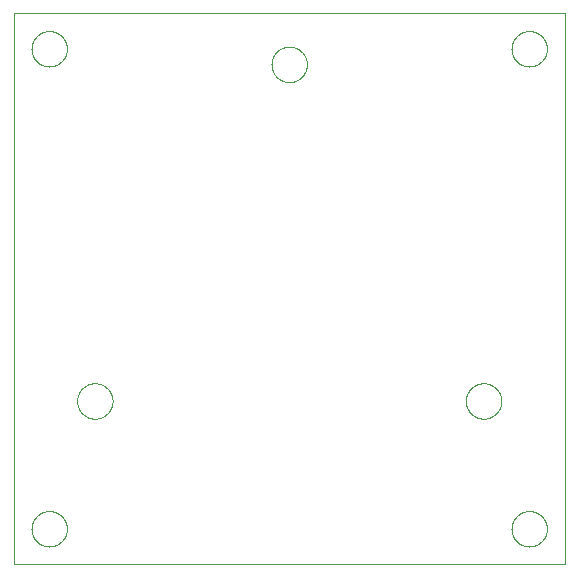
<source format=gbr>
G04 EAGLE Gerber RS-274X export*
G75*
%MOMM*%
%FSLAX34Y34*%
%LPD*%
%IN*%
%IPPOS*%
%AMOC8*
5,1,8,0,0,1.08239X$1,22.5*%
G01*
%ADD10C,0.000000*%


D10*
X0Y0D02*
X466400Y0D01*
X466400Y466400D01*
X0Y466400D01*
X0Y0D01*
X15000Y30000D02*
X15005Y30368D01*
X15018Y30736D01*
X15041Y31103D01*
X15072Y31470D01*
X15113Y31836D01*
X15162Y32201D01*
X15221Y32564D01*
X15288Y32926D01*
X15364Y33287D01*
X15450Y33645D01*
X15543Y34001D01*
X15646Y34354D01*
X15757Y34705D01*
X15877Y35053D01*
X16005Y35398D01*
X16142Y35740D01*
X16287Y36079D01*
X16440Y36413D01*
X16602Y36744D01*
X16771Y37071D01*
X16949Y37393D01*
X17134Y37712D01*
X17327Y38025D01*
X17528Y38334D01*
X17736Y38637D01*
X17952Y38935D01*
X18175Y39228D01*
X18405Y39516D01*
X18642Y39798D01*
X18886Y40073D01*
X19136Y40343D01*
X19393Y40607D01*
X19657Y40864D01*
X19927Y41114D01*
X20202Y41358D01*
X20484Y41595D01*
X20772Y41825D01*
X21065Y42048D01*
X21363Y42264D01*
X21666Y42472D01*
X21975Y42673D01*
X22288Y42866D01*
X22607Y43051D01*
X22929Y43229D01*
X23256Y43398D01*
X23587Y43560D01*
X23921Y43713D01*
X24260Y43858D01*
X24602Y43995D01*
X24947Y44123D01*
X25295Y44243D01*
X25646Y44354D01*
X25999Y44457D01*
X26355Y44550D01*
X26713Y44636D01*
X27074Y44712D01*
X27436Y44779D01*
X27799Y44838D01*
X28164Y44887D01*
X28530Y44928D01*
X28897Y44959D01*
X29264Y44982D01*
X29632Y44995D01*
X30000Y45000D01*
X30368Y44995D01*
X30736Y44982D01*
X31103Y44959D01*
X31470Y44928D01*
X31836Y44887D01*
X32201Y44838D01*
X32564Y44779D01*
X32926Y44712D01*
X33287Y44636D01*
X33645Y44550D01*
X34001Y44457D01*
X34354Y44354D01*
X34705Y44243D01*
X35053Y44123D01*
X35398Y43995D01*
X35740Y43858D01*
X36079Y43713D01*
X36413Y43560D01*
X36744Y43398D01*
X37071Y43229D01*
X37393Y43051D01*
X37712Y42866D01*
X38025Y42673D01*
X38334Y42472D01*
X38637Y42264D01*
X38935Y42048D01*
X39228Y41825D01*
X39516Y41595D01*
X39798Y41358D01*
X40073Y41114D01*
X40343Y40864D01*
X40607Y40607D01*
X40864Y40343D01*
X41114Y40073D01*
X41358Y39798D01*
X41595Y39516D01*
X41825Y39228D01*
X42048Y38935D01*
X42264Y38637D01*
X42472Y38334D01*
X42673Y38025D01*
X42866Y37712D01*
X43051Y37393D01*
X43229Y37071D01*
X43398Y36744D01*
X43560Y36413D01*
X43713Y36079D01*
X43858Y35740D01*
X43995Y35398D01*
X44123Y35053D01*
X44243Y34705D01*
X44354Y34354D01*
X44457Y34001D01*
X44550Y33645D01*
X44636Y33287D01*
X44712Y32926D01*
X44779Y32564D01*
X44838Y32201D01*
X44887Y31836D01*
X44928Y31470D01*
X44959Y31103D01*
X44982Y30736D01*
X44995Y30368D01*
X45000Y30000D01*
X44995Y29632D01*
X44982Y29264D01*
X44959Y28897D01*
X44928Y28530D01*
X44887Y28164D01*
X44838Y27799D01*
X44779Y27436D01*
X44712Y27074D01*
X44636Y26713D01*
X44550Y26355D01*
X44457Y25999D01*
X44354Y25646D01*
X44243Y25295D01*
X44123Y24947D01*
X43995Y24602D01*
X43858Y24260D01*
X43713Y23921D01*
X43560Y23587D01*
X43398Y23256D01*
X43229Y22929D01*
X43051Y22607D01*
X42866Y22288D01*
X42673Y21975D01*
X42472Y21666D01*
X42264Y21363D01*
X42048Y21065D01*
X41825Y20772D01*
X41595Y20484D01*
X41358Y20202D01*
X41114Y19927D01*
X40864Y19657D01*
X40607Y19393D01*
X40343Y19136D01*
X40073Y18886D01*
X39798Y18642D01*
X39516Y18405D01*
X39228Y18175D01*
X38935Y17952D01*
X38637Y17736D01*
X38334Y17528D01*
X38025Y17327D01*
X37712Y17134D01*
X37393Y16949D01*
X37071Y16771D01*
X36744Y16602D01*
X36413Y16440D01*
X36079Y16287D01*
X35740Y16142D01*
X35398Y16005D01*
X35053Y15877D01*
X34705Y15757D01*
X34354Y15646D01*
X34001Y15543D01*
X33645Y15450D01*
X33287Y15364D01*
X32926Y15288D01*
X32564Y15221D01*
X32201Y15162D01*
X31836Y15113D01*
X31470Y15072D01*
X31103Y15041D01*
X30736Y15018D01*
X30368Y15005D01*
X30000Y15000D01*
X29632Y15005D01*
X29264Y15018D01*
X28897Y15041D01*
X28530Y15072D01*
X28164Y15113D01*
X27799Y15162D01*
X27436Y15221D01*
X27074Y15288D01*
X26713Y15364D01*
X26355Y15450D01*
X25999Y15543D01*
X25646Y15646D01*
X25295Y15757D01*
X24947Y15877D01*
X24602Y16005D01*
X24260Y16142D01*
X23921Y16287D01*
X23587Y16440D01*
X23256Y16602D01*
X22929Y16771D01*
X22607Y16949D01*
X22288Y17134D01*
X21975Y17327D01*
X21666Y17528D01*
X21363Y17736D01*
X21065Y17952D01*
X20772Y18175D01*
X20484Y18405D01*
X20202Y18642D01*
X19927Y18886D01*
X19657Y19136D01*
X19393Y19393D01*
X19136Y19657D01*
X18886Y19927D01*
X18642Y20202D01*
X18405Y20484D01*
X18175Y20772D01*
X17952Y21065D01*
X17736Y21363D01*
X17528Y21666D01*
X17327Y21975D01*
X17134Y22288D01*
X16949Y22607D01*
X16771Y22929D01*
X16602Y23256D01*
X16440Y23587D01*
X16287Y23921D01*
X16142Y24260D01*
X16005Y24602D01*
X15877Y24947D01*
X15757Y25295D01*
X15646Y25646D01*
X15543Y25999D01*
X15450Y26355D01*
X15364Y26713D01*
X15288Y27074D01*
X15221Y27436D01*
X15162Y27799D01*
X15113Y28164D01*
X15072Y28530D01*
X15041Y28897D01*
X15018Y29264D01*
X15005Y29632D01*
X15000Y30000D01*
X421400Y30000D02*
X421405Y30368D01*
X421418Y30736D01*
X421441Y31103D01*
X421472Y31470D01*
X421513Y31836D01*
X421562Y32201D01*
X421621Y32564D01*
X421688Y32926D01*
X421764Y33287D01*
X421850Y33645D01*
X421943Y34001D01*
X422046Y34354D01*
X422157Y34705D01*
X422277Y35053D01*
X422405Y35398D01*
X422542Y35740D01*
X422687Y36079D01*
X422840Y36413D01*
X423002Y36744D01*
X423171Y37071D01*
X423349Y37393D01*
X423534Y37712D01*
X423727Y38025D01*
X423928Y38334D01*
X424136Y38637D01*
X424352Y38935D01*
X424575Y39228D01*
X424805Y39516D01*
X425042Y39798D01*
X425286Y40073D01*
X425536Y40343D01*
X425793Y40607D01*
X426057Y40864D01*
X426327Y41114D01*
X426602Y41358D01*
X426884Y41595D01*
X427172Y41825D01*
X427465Y42048D01*
X427763Y42264D01*
X428066Y42472D01*
X428375Y42673D01*
X428688Y42866D01*
X429007Y43051D01*
X429329Y43229D01*
X429656Y43398D01*
X429987Y43560D01*
X430321Y43713D01*
X430660Y43858D01*
X431002Y43995D01*
X431347Y44123D01*
X431695Y44243D01*
X432046Y44354D01*
X432399Y44457D01*
X432755Y44550D01*
X433113Y44636D01*
X433474Y44712D01*
X433836Y44779D01*
X434199Y44838D01*
X434564Y44887D01*
X434930Y44928D01*
X435297Y44959D01*
X435664Y44982D01*
X436032Y44995D01*
X436400Y45000D01*
X436768Y44995D01*
X437136Y44982D01*
X437503Y44959D01*
X437870Y44928D01*
X438236Y44887D01*
X438601Y44838D01*
X438964Y44779D01*
X439326Y44712D01*
X439687Y44636D01*
X440045Y44550D01*
X440401Y44457D01*
X440754Y44354D01*
X441105Y44243D01*
X441453Y44123D01*
X441798Y43995D01*
X442140Y43858D01*
X442479Y43713D01*
X442813Y43560D01*
X443144Y43398D01*
X443471Y43229D01*
X443793Y43051D01*
X444112Y42866D01*
X444425Y42673D01*
X444734Y42472D01*
X445037Y42264D01*
X445335Y42048D01*
X445628Y41825D01*
X445916Y41595D01*
X446198Y41358D01*
X446473Y41114D01*
X446743Y40864D01*
X447007Y40607D01*
X447264Y40343D01*
X447514Y40073D01*
X447758Y39798D01*
X447995Y39516D01*
X448225Y39228D01*
X448448Y38935D01*
X448664Y38637D01*
X448872Y38334D01*
X449073Y38025D01*
X449266Y37712D01*
X449451Y37393D01*
X449629Y37071D01*
X449798Y36744D01*
X449960Y36413D01*
X450113Y36079D01*
X450258Y35740D01*
X450395Y35398D01*
X450523Y35053D01*
X450643Y34705D01*
X450754Y34354D01*
X450857Y34001D01*
X450950Y33645D01*
X451036Y33287D01*
X451112Y32926D01*
X451179Y32564D01*
X451238Y32201D01*
X451287Y31836D01*
X451328Y31470D01*
X451359Y31103D01*
X451382Y30736D01*
X451395Y30368D01*
X451400Y30000D01*
X451395Y29632D01*
X451382Y29264D01*
X451359Y28897D01*
X451328Y28530D01*
X451287Y28164D01*
X451238Y27799D01*
X451179Y27436D01*
X451112Y27074D01*
X451036Y26713D01*
X450950Y26355D01*
X450857Y25999D01*
X450754Y25646D01*
X450643Y25295D01*
X450523Y24947D01*
X450395Y24602D01*
X450258Y24260D01*
X450113Y23921D01*
X449960Y23587D01*
X449798Y23256D01*
X449629Y22929D01*
X449451Y22607D01*
X449266Y22288D01*
X449073Y21975D01*
X448872Y21666D01*
X448664Y21363D01*
X448448Y21065D01*
X448225Y20772D01*
X447995Y20484D01*
X447758Y20202D01*
X447514Y19927D01*
X447264Y19657D01*
X447007Y19393D01*
X446743Y19136D01*
X446473Y18886D01*
X446198Y18642D01*
X445916Y18405D01*
X445628Y18175D01*
X445335Y17952D01*
X445037Y17736D01*
X444734Y17528D01*
X444425Y17327D01*
X444112Y17134D01*
X443793Y16949D01*
X443471Y16771D01*
X443144Y16602D01*
X442813Y16440D01*
X442479Y16287D01*
X442140Y16142D01*
X441798Y16005D01*
X441453Y15877D01*
X441105Y15757D01*
X440754Y15646D01*
X440401Y15543D01*
X440045Y15450D01*
X439687Y15364D01*
X439326Y15288D01*
X438964Y15221D01*
X438601Y15162D01*
X438236Y15113D01*
X437870Y15072D01*
X437503Y15041D01*
X437136Y15018D01*
X436768Y15005D01*
X436400Y15000D01*
X436032Y15005D01*
X435664Y15018D01*
X435297Y15041D01*
X434930Y15072D01*
X434564Y15113D01*
X434199Y15162D01*
X433836Y15221D01*
X433474Y15288D01*
X433113Y15364D01*
X432755Y15450D01*
X432399Y15543D01*
X432046Y15646D01*
X431695Y15757D01*
X431347Y15877D01*
X431002Y16005D01*
X430660Y16142D01*
X430321Y16287D01*
X429987Y16440D01*
X429656Y16602D01*
X429329Y16771D01*
X429007Y16949D01*
X428688Y17134D01*
X428375Y17327D01*
X428066Y17528D01*
X427763Y17736D01*
X427465Y17952D01*
X427172Y18175D01*
X426884Y18405D01*
X426602Y18642D01*
X426327Y18886D01*
X426057Y19136D01*
X425793Y19393D01*
X425536Y19657D01*
X425286Y19927D01*
X425042Y20202D01*
X424805Y20484D01*
X424575Y20772D01*
X424352Y21065D01*
X424136Y21363D01*
X423928Y21666D01*
X423727Y21975D01*
X423534Y22288D01*
X423349Y22607D01*
X423171Y22929D01*
X423002Y23256D01*
X422840Y23587D01*
X422687Y23921D01*
X422542Y24260D01*
X422405Y24602D01*
X422277Y24947D01*
X422157Y25295D01*
X422046Y25646D01*
X421943Y25999D01*
X421850Y26355D01*
X421764Y26713D01*
X421688Y27074D01*
X421621Y27436D01*
X421562Y27799D01*
X421513Y28164D01*
X421472Y28530D01*
X421441Y28897D01*
X421418Y29264D01*
X421405Y29632D01*
X421400Y30000D01*
X421400Y436400D02*
X421405Y436768D01*
X421418Y437136D01*
X421441Y437503D01*
X421472Y437870D01*
X421513Y438236D01*
X421562Y438601D01*
X421621Y438964D01*
X421688Y439326D01*
X421764Y439687D01*
X421850Y440045D01*
X421943Y440401D01*
X422046Y440754D01*
X422157Y441105D01*
X422277Y441453D01*
X422405Y441798D01*
X422542Y442140D01*
X422687Y442479D01*
X422840Y442813D01*
X423002Y443144D01*
X423171Y443471D01*
X423349Y443793D01*
X423534Y444112D01*
X423727Y444425D01*
X423928Y444734D01*
X424136Y445037D01*
X424352Y445335D01*
X424575Y445628D01*
X424805Y445916D01*
X425042Y446198D01*
X425286Y446473D01*
X425536Y446743D01*
X425793Y447007D01*
X426057Y447264D01*
X426327Y447514D01*
X426602Y447758D01*
X426884Y447995D01*
X427172Y448225D01*
X427465Y448448D01*
X427763Y448664D01*
X428066Y448872D01*
X428375Y449073D01*
X428688Y449266D01*
X429007Y449451D01*
X429329Y449629D01*
X429656Y449798D01*
X429987Y449960D01*
X430321Y450113D01*
X430660Y450258D01*
X431002Y450395D01*
X431347Y450523D01*
X431695Y450643D01*
X432046Y450754D01*
X432399Y450857D01*
X432755Y450950D01*
X433113Y451036D01*
X433474Y451112D01*
X433836Y451179D01*
X434199Y451238D01*
X434564Y451287D01*
X434930Y451328D01*
X435297Y451359D01*
X435664Y451382D01*
X436032Y451395D01*
X436400Y451400D01*
X436768Y451395D01*
X437136Y451382D01*
X437503Y451359D01*
X437870Y451328D01*
X438236Y451287D01*
X438601Y451238D01*
X438964Y451179D01*
X439326Y451112D01*
X439687Y451036D01*
X440045Y450950D01*
X440401Y450857D01*
X440754Y450754D01*
X441105Y450643D01*
X441453Y450523D01*
X441798Y450395D01*
X442140Y450258D01*
X442479Y450113D01*
X442813Y449960D01*
X443144Y449798D01*
X443471Y449629D01*
X443793Y449451D01*
X444112Y449266D01*
X444425Y449073D01*
X444734Y448872D01*
X445037Y448664D01*
X445335Y448448D01*
X445628Y448225D01*
X445916Y447995D01*
X446198Y447758D01*
X446473Y447514D01*
X446743Y447264D01*
X447007Y447007D01*
X447264Y446743D01*
X447514Y446473D01*
X447758Y446198D01*
X447995Y445916D01*
X448225Y445628D01*
X448448Y445335D01*
X448664Y445037D01*
X448872Y444734D01*
X449073Y444425D01*
X449266Y444112D01*
X449451Y443793D01*
X449629Y443471D01*
X449798Y443144D01*
X449960Y442813D01*
X450113Y442479D01*
X450258Y442140D01*
X450395Y441798D01*
X450523Y441453D01*
X450643Y441105D01*
X450754Y440754D01*
X450857Y440401D01*
X450950Y440045D01*
X451036Y439687D01*
X451112Y439326D01*
X451179Y438964D01*
X451238Y438601D01*
X451287Y438236D01*
X451328Y437870D01*
X451359Y437503D01*
X451382Y437136D01*
X451395Y436768D01*
X451400Y436400D01*
X451395Y436032D01*
X451382Y435664D01*
X451359Y435297D01*
X451328Y434930D01*
X451287Y434564D01*
X451238Y434199D01*
X451179Y433836D01*
X451112Y433474D01*
X451036Y433113D01*
X450950Y432755D01*
X450857Y432399D01*
X450754Y432046D01*
X450643Y431695D01*
X450523Y431347D01*
X450395Y431002D01*
X450258Y430660D01*
X450113Y430321D01*
X449960Y429987D01*
X449798Y429656D01*
X449629Y429329D01*
X449451Y429007D01*
X449266Y428688D01*
X449073Y428375D01*
X448872Y428066D01*
X448664Y427763D01*
X448448Y427465D01*
X448225Y427172D01*
X447995Y426884D01*
X447758Y426602D01*
X447514Y426327D01*
X447264Y426057D01*
X447007Y425793D01*
X446743Y425536D01*
X446473Y425286D01*
X446198Y425042D01*
X445916Y424805D01*
X445628Y424575D01*
X445335Y424352D01*
X445037Y424136D01*
X444734Y423928D01*
X444425Y423727D01*
X444112Y423534D01*
X443793Y423349D01*
X443471Y423171D01*
X443144Y423002D01*
X442813Y422840D01*
X442479Y422687D01*
X442140Y422542D01*
X441798Y422405D01*
X441453Y422277D01*
X441105Y422157D01*
X440754Y422046D01*
X440401Y421943D01*
X440045Y421850D01*
X439687Y421764D01*
X439326Y421688D01*
X438964Y421621D01*
X438601Y421562D01*
X438236Y421513D01*
X437870Y421472D01*
X437503Y421441D01*
X437136Y421418D01*
X436768Y421405D01*
X436400Y421400D01*
X436032Y421405D01*
X435664Y421418D01*
X435297Y421441D01*
X434930Y421472D01*
X434564Y421513D01*
X434199Y421562D01*
X433836Y421621D01*
X433474Y421688D01*
X433113Y421764D01*
X432755Y421850D01*
X432399Y421943D01*
X432046Y422046D01*
X431695Y422157D01*
X431347Y422277D01*
X431002Y422405D01*
X430660Y422542D01*
X430321Y422687D01*
X429987Y422840D01*
X429656Y423002D01*
X429329Y423171D01*
X429007Y423349D01*
X428688Y423534D01*
X428375Y423727D01*
X428066Y423928D01*
X427763Y424136D01*
X427465Y424352D01*
X427172Y424575D01*
X426884Y424805D01*
X426602Y425042D01*
X426327Y425286D01*
X426057Y425536D01*
X425793Y425793D01*
X425536Y426057D01*
X425286Y426327D01*
X425042Y426602D01*
X424805Y426884D01*
X424575Y427172D01*
X424352Y427465D01*
X424136Y427763D01*
X423928Y428066D01*
X423727Y428375D01*
X423534Y428688D01*
X423349Y429007D01*
X423171Y429329D01*
X423002Y429656D01*
X422840Y429987D01*
X422687Y430321D01*
X422542Y430660D01*
X422405Y431002D01*
X422277Y431347D01*
X422157Y431695D01*
X422046Y432046D01*
X421943Y432399D01*
X421850Y432755D01*
X421764Y433113D01*
X421688Y433474D01*
X421621Y433836D01*
X421562Y434199D01*
X421513Y434564D01*
X421472Y434930D01*
X421441Y435297D01*
X421418Y435664D01*
X421405Y436032D01*
X421400Y436400D01*
X15000Y436400D02*
X15005Y436768D01*
X15018Y437136D01*
X15041Y437503D01*
X15072Y437870D01*
X15113Y438236D01*
X15162Y438601D01*
X15221Y438964D01*
X15288Y439326D01*
X15364Y439687D01*
X15450Y440045D01*
X15543Y440401D01*
X15646Y440754D01*
X15757Y441105D01*
X15877Y441453D01*
X16005Y441798D01*
X16142Y442140D01*
X16287Y442479D01*
X16440Y442813D01*
X16602Y443144D01*
X16771Y443471D01*
X16949Y443793D01*
X17134Y444112D01*
X17327Y444425D01*
X17528Y444734D01*
X17736Y445037D01*
X17952Y445335D01*
X18175Y445628D01*
X18405Y445916D01*
X18642Y446198D01*
X18886Y446473D01*
X19136Y446743D01*
X19393Y447007D01*
X19657Y447264D01*
X19927Y447514D01*
X20202Y447758D01*
X20484Y447995D01*
X20772Y448225D01*
X21065Y448448D01*
X21363Y448664D01*
X21666Y448872D01*
X21975Y449073D01*
X22288Y449266D01*
X22607Y449451D01*
X22929Y449629D01*
X23256Y449798D01*
X23587Y449960D01*
X23921Y450113D01*
X24260Y450258D01*
X24602Y450395D01*
X24947Y450523D01*
X25295Y450643D01*
X25646Y450754D01*
X25999Y450857D01*
X26355Y450950D01*
X26713Y451036D01*
X27074Y451112D01*
X27436Y451179D01*
X27799Y451238D01*
X28164Y451287D01*
X28530Y451328D01*
X28897Y451359D01*
X29264Y451382D01*
X29632Y451395D01*
X30000Y451400D01*
X30368Y451395D01*
X30736Y451382D01*
X31103Y451359D01*
X31470Y451328D01*
X31836Y451287D01*
X32201Y451238D01*
X32564Y451179D01*
X32926Y451112D01*
X33287Y451036D01*
X33645Y450950D01*
X34001Y450857D01*
X34354Y450754D01*
X34705Y450643D01*
X35053Y450523D01*
X35398Y450395D01*
X35740Y450258D01*
X36079Y450113D01*
X36413Y449960D01*
X36744Y449798D01*
X37071Y449629D01*
X37393Y449451D01*
X37712Y449266D01*
X38025Y449073D01*
X38334Y448872D01*
X38637Y448664D01*
X38935Y448448D01*
X39228Y448225D01*
X39516Y447995D01*
X39798Y447758D01*
X40073Y447514D01*
X40343Y447264D01*
X40607Y447007D01*
X40864Y446743D01*
X41114Y446473D01*
X41358Y446198D01*
X41595Y445916D01*
X41825Y445628D01*
X42048Y445335D01*
X42264Y445037D01*
X42472Y444734D01*
X42673Y444425D01*
X42866Y444112D01*
X43051Y443793D01*
X43229Y443471D01*
X43398Y443144D01*
X43560Y442813D01*
X43713Y442479D01*
X43858Y442140D01*
X43995Y441798D01*
X44123Y441453D01*
X44243Y441105D01*
X44354Y440754D01*
X44457Y440401D01*
X44550Y440045D01*
X44636Y439687D01*
X44712Y439326D01*
X44779Y438964D01*
X44838Y438601D01*
X44887Y438236D01*
X44928Y437870D01*
X44959Y437503D01*
X44982Y437136D01*
X44995Y436768D01*
X45000Y436400D01*
X44995Y436032D01*
X44982Y435664D01*
X44959Y435297D01*
X44928Y434930D01*
X44887Y434564D01*
X44838Y434199D01*
X44779Y433836D01*
X44712Y433474D01*
X44636Y433113D01*
X44550Y432755D01*
X44457Y432399D01*
X44354Y432046D01*
X44243Y431695D01*
X44123Y431347D01*
X43995Y431002D01*
X43858Y430660D01*
X43713Y430321D01*
X43560Y429987D01*
X43398Y429656D01*
X43229Y429329D01*
X43051Y429007D01*
X42866Y428688D01*
X42673Y428375D01*
X42472Y428066D01*
X42264Y427763D01*
X42048Y427465D01*
X41825Y427172D01*
X41595Y426884D01*
X41358Y426602D01*
X41114Y426327D01*
X40864Y426057D01*
X40607Y425793D01*
X40343Y425536D01*
X40073Y425286D01*
X39798Y425042D01*
X39516Y424805D01*
X39228Y424575D01*
X38935Y424352D01*
X38637Y424136D01*
X38334Y423928D01*
X38025Y423727D01*
X37712Y423534D01*
X37393Y423349D01*
X37071Y423171D01*
X36744Y423002D01*
X36413Y422840D01*
X36079Y422687D01*
X35740Y422542D01*
X35398Y422405D01*
X35053Y422277D01*
X34705Y422157D01*
X34354Y422046D01*
X34001Y421943D01*
X33645Y421850D01*
X33287Y421764D01*
X32926Y421688D01*
X32564Y421621D01*
X32201Y421562D01*
X31836Y421513D01*
X31470Y421472D01*
X31103Y421441D01*
X30736Y421418D01*
X30368Y421405D01*
X30000Y421400D01*
X29632Y421405D01*
X29264Y421418D01*
X28897Y421441D01*
X28530Y421472D01*
X28164Y421513D01*
X27799Y421562D01*
X27436Y421621D01*
X27074Y421688D01*
X26713Y421764D01*
X26355Y421850D01*
X25999Y421943D01*
X25646Y422046D01*
X25295Y422157D01*
X24947Y422277D01*
X24602Y422405D01*
X24260Y422542D01*
X23921Y422687D01*
X23587Y422840D01*
X23256Y423002D01*
X22929Y423171D01*
X22607Y423349D01*
X22288Y423534D01*
X21975Y423727D01*
X21666Y423928D01*
X21363Y424136D01*
X21065Y424352D01*
X20772Y424575D01*
X20484Y424805D01*
X20202Y425042D01*
X19927Y425286D01*
X19657Y425536D01*
X19393Y425793D01*
X19136Y426057D01*
X18886Y426327D01*
X18642Y426602D01*
X18405Y426884D01*
X18175Y427172D01*
X17952Y427465D01*
X17736Y427763D01*
X17528Y428066D01*
X17327Y428375D01*
X17134Y428688D01*
X16949Y429007D01*
X16771Y429329D01*
X16602Y429656D01*
X16440Y429987D01*
X16287Y430321D01*
X16142Y430660D01*
X16005Y431002D01*
X15877Y431347D01*
X15757Y431695D01*
X15646Y432046D01*
X15543Y432399D01*
X15450Y432755D01*
X15364Y433113D01*
X15288Y433474D01*
X15221Y433836D01*
X15162Y434199D01*
X15113Y434564D01*
X15072Y434930D01*
X15041Y435297D01*
X15018Y435664D01*
X15005Y436032D01*
X15000Y436400D01*
X382745Y138200D02*
X382750Y138568D01*
X382763Y138936D01*
X382786Y139303D01*
X382817Y139670D01*
X382858Y140036D01*
X382907Y140401D01*
X382966Y140764D01*
X383033Y141126D01*
X383109Y141487D01*
X383195Y141845D01*
X383288Y142201D01*
X383391Y142554D01*
X383502Y142905D01*
X383622Y143253D01*
X383750Y143598D01*
X383887Y143940D01*
X384032Y144279D01*
X384185Y144613D01*
X384347Y144944D01*
X384516Y145271D01*
X384694Y145593D01*
X384879Y145912D01*
X385072Y146225D01*
X385273Y146534D01*
X385481Y146837D01*
X385697Y147135D01*
X385920Y147428D01*
X386150Y147716D01*
X386387Y147998D01*
X386631Y148273D01*
X386881Y148543D01*
X387138Y148807D01*
X387402Y149064D01*
X387672Y149314D01*
X387947Y149558D01*
X388229Y149795D01*
X388517Y150025D01*
X388810Y150248D01*
X389108Y150464D01*
X389411Y150672D01*
X389720Y150873D01*
X390033Y151066D01*
X390352Y151251D01*
X390674Y151429D01*
X391001Y151598D01*
X391332Y151760D01*
X391666Y151913D01*
X392005Y152058D01*
X392347Y152195D01*
X392692Y152323D01*
X393040Y152443D01*
X393391Y152554D01*
X393744Y152657D01*
X394100Y152750D01*
X394458Y152836D01*
X394819Y152912D01*
X395181Y152979D01*
X395544Y153038D01*
X395909Y153087D01*
X396275Y153128D01*
X396642Y153159D01*
X397009Y153182D01*
X397377Y153195D01*
X397745Y153200D01*
X398113Y153195D01*
X398481Y153182D01*
X398848Y153159D01*
X399215Y153128D01*
X399581Y153087D01*
X399946Y153038D01*
X400309Y152979D01*
X400671Y152912D01*
X401032Y152836D01*
X401390Y152750D01*
X401746Y152657D01*
X402099Y152554D01*
X402450Y152443D01*
X402798Y152323D01*
X403143Y152195D01*
X403485Y152058D01*
X403824Y151913D01*
X404158Y151760D01*
X404489Y151598D01*
X404816Y151429D01*
X405138Y151251D01*
X405457Y151066D01*
X405770Y150873D01*
X406079Y150672D01*
X406382Y150464D01*
X406680Y150248D01*
X406973Y150025D01*
X407261Y149795D01*
X407543Y149558D01*
X407818Y149314D01*
X408088Y149064D01*
X408352Y148807D01*
X408609Y148543D01*
X408859Y148273D01*
X409103Y147998D01*
X409340Y147716D01*
X409570Y147428D01*
X409793Y147135D01*
X410009Y146837D01*
X410217Y146534D01*
X410418Y146225D01*
X410611Y145912D01*
X410796Y145593D01*
X410974Y145271D01*
X411143Y144944D01*
X411305Y144613D01*
X411458Y144279D01*
X411603Y143940D01*
X411740Y143598D01*
X411868Y143253D01*
X411988Y142905D01*
X412099Y142554D01*
X412202Y142201D01*
X412295Y141845D01*
X412381Y141487D01*
X412457Y141126D01*
X412524Y140764D01*
X412583Y140401D01*
X412632Y140036D01*
X412673Y139670D01*
X412704Y139303D01*
X412727Y138936D01*
X412740Y138568D01*
X412745Y138200D01*
X412740Y137832D01*
X412727Y137464D01*
X412704Y137097D01*
X412673Y136730D01*
X412632Y136364D01*
X412583Y135999D01*
X412524Y135636D01*
X412457Y135274D01*
X412381Y134913D01*
X412295Y134555D01*
X412202Y134199D01*
X412099Y133846D01*
X411988Y133495D01*
X411868Y133147D01*
X411740Y132802D01*
X411603Y132460D01*
X411458Y132121D01*
X411305Y131787D01*
X411143Y131456D01*
X410974Y131129D01*
X410796Y130807D01*
X410611Y130488D01*
X410418Y130175D01*
X410217Y129866D01*
X410009Y129563D01*
X409793Y129265D01*
X409570Y128972D01*
X409340Y128684D01*
X409103Y128402D01*
X408859Y128127D01*
X408609Y127857D01*
X408352Y127593D01*
X408088Y127336D01*
X407818Y127086D01*
X407543Y126842D01*
X407261Y126605D01*
X406973Y126375D01*
X406680Y126152D01*
X406382Y125936D01*
X406079Y125728D01*
X405770Y125527D01*
X405457Y125334D01*
X405138Y125149D01*
X404816Y124971D01*
X404489Y124802D01*
X404158Y124640D01*
X403824Y124487D01*
X403485Y124342D01*
X403143Y124205D01*
X402798Y124077D01*
X402450Y123957D01*
X402099Y123846D01*
X401746Y123743D01*
X401390Y123650D01*
X401032Y123564D01*
X400671Y123488D01*
X400309Y123421D01*
X399946Y123362D01*
X399581Y123313D01*
X399215Y123272D01*
X398848Y123241D01*
X398481Y123218D01*
X398113Y123205D01*
X397745Y123200D01*
X397377Y123205D01*
X397009Y123218D01*
X396642Y123241D01*
X396275Y123272D01*
X395909Y123313D01*
X395544Y123362D01*
X395181Y123421D01*
X394819Y123488D01*
X394458Y123564D01*
X394100Y123650D01*
X393744Y123743D01*
X393391Y123846D01*
X393040Y123957D01*
X392692Y124077D01*
X392347Y124205D01*
X392005Y124342D01*
X391666Y124487D01*
X391332Y124640D01*
X391001Y124802D01*
X390674Y124971D01*
X390352Y125149D01*
X390033Y125334D01*
X389720Y125527D01*
X389411Y125728D01*
X389108Y125936D01*
X388810Y126152D01*
X388517Y126375D01*
X388229Y126605D01*
X387947Y126842D01*
X387672Y127086D01*
X387402Y127336D01*
X387138Y127593D01*
X386881Y127857D01*
X386631Y128127D01*
X386387Y128402D01*
X386150Y128684D01*
X385920Y128972D01*
X385697Y129265D01*
X385481Y129563D01*
X385273Y129866D01*
X385072Y130175D01*
X384879Y130488D01*
X384694Y130807D01*
X384516Y131129D01*
X384347Y131456D01*
X384185Y131787D01*
X384032Y132121D01*
X383887Y132460D01*
X383750Y132802D01*
X383622Y133147D01*
X383502Y133495D01*
X383391Y133846D01*
X383288Y134199D01*
X383195Y134555D01*
X383109Y134913D01*
X383033Y135274D01*
X382966Y135636D01*
X382907Y135999D01*
X382858Y136364D01*
X382817Y136730D01*
X382786Y137097D01*
X382763Y137464D01*
X382750Y137832D01*
X382745Y138200D01*
X53655Y138200D02*
X53660Y138568D01*
X53673Y138936D01*
X53696Y139303D01*
X53727Y139670D01*
X53768Y140036D01*
X53817Y140401D01*
X53876Y140764D01*
X53943Y141126D01*
X54019Y141487D01*
X54105Y141845D01*
X54198Y142201D01*
X54301Y142554D01*
X54412Y142905D01*
X54532Y143253D01*
X54660Y143598D01*
X54797Y143940D01*
X54942Y144279D01*
X55095Y144613D01*
X55257Y144944D01*
X55426Y145271D01*
X55604Y145593D01*
X55789Y145912D01*
X55982Y146225D01*
X56183Y146534D01*
X56391Y146837D01*
X56607Y147135D01*
X56830Y147428D01*
X57060Y147716D01*
X57297Y147998D01*
X57541Y148273D01*
X57791Y148543D01*
X58048Y148807D01*
X58312Y149064D01*
X58582Y149314D01*
X58857Y149558D01*
X59139Y149795D01*
X59427Y150025D01*
X59720Y150248D01*
X60018Y150464D01*
X60321Y150672D01*
X60630Y150873D01*
X60943Y151066D01*
X61262Y151251D01*
X61584Y151429D01*
X61911Y151598D01*
X62242Y151760D01*
X62576Y151913D01*
X62915Y152058D01*
X63257Y152195D01*
X63602Y152323D01*
X63950Y152443D01*
X64301Y152554D01*
X64654Y152657D01*
X65010Y152750D01*
X65368Y152836D01*
X65729Y152912D01*
X66091Y152979D01*
X66454Y153038D01*
X66819Y153087D01*
X67185Y153128D01*
X67552Y153159D01*
X67919Y153182D01*
X68287Y153195D01*
X68655Y153200D01*
X69023Y153195D01*
X69391Y153182D01*
X69758Y153159D01*
X70125Y153128D01*
X70491Y153087D01*
X70856Y153038D01*
X71219Y152979D01*
X71581Y152912D01*
X71942Y152836D01*
X72300Y152750D01*
X72656Y152657D01*
X73009Y152554D01*
X73360Y152443D01*
X73708Y152323D01*
X74053Y152195D01*
X74395Y152058D01*
X74734Y151913D01*
X75068Y151760D01*
X75399Y151598D01*
X75726Y151429D01*
X76048Y151251D01*
X76367Y151066D01*
X76680Y150873D01*
X76989Y150672D01*
X77292Y150464D01*
X77590Y150248D01*
X77883Y150025D01*
X78171Y149795D01*
X78453Y149558D01*
X78728Y149314D01*
X78998Y149064D01*
X79262Y148807D01*
X79519Y148543D01*
X79769Y148273D01*
X80013Y147998D01*
X80250Y147716D01*
X80480Y147428D01*
X80703Y147135D01*
X80919Y146837D01*
X81127Y146534D01*
X81328Y146225D01*
X81521Y145912D01*
X81706Y145593D01*
X81884Y145271D01*
X82053Y144944D01*
X82215Y144613D01*
X82368Y144279D01*
X82513Y143940D01*
X82650Y143598D01*
X82778Y143253D01*
X82898Y142905D01*
X83009Y142554D01*
X83112Y142201D01*
X83205Y141845D01*
X83291Y141487D01*
X83367Y141126D01*
X83434Y140764D01*
X83493Y140401D01*
X83542Y140036D01*
X83583Y139670D01*
X83614Y139303D01*
X83637Y138936D01*
X83650Y138568D01*
X83655Y138200D01*
X83650Y137832D01*
X83637Y137464D01*
X83614Y137097D01*
X83583Y136730D01*
X83542Y136364D01*
X83493Y135999D01*
X83434Y135636D01*
X83367Y135274D01*
X83291Y134913D01*
X83205Y134555D01*
X83112Y134199D01*
X83009Y133846D01*
X82898Y133495D01*
X82778Y133147D01*
X82650Y132802D01*
X82513Y132460D01*
X82368Y132121D01*
X82215Y131787D01*
X82053Y131456D01*
X81884Y131129D01*
X81706Y130807D01*
X81521Y130488D01*
X81328Y130175D01*
X81127Y129866D01*
X80919Y129563D01*
X80703Y129265D01*
X80480Y128972D01*
X80250Y128684D01*
X80013Y128402D01*
X79769Y128127D01*
X79519Y127857D01*
X79262Y127593D01*
X78998Y127336D01*
X78728Y127086D01*
X78453Y126842D01*
X78171Y126605D01*
X77883Y126375D01*
X77590Y126152D01*
X77292Y125936D01*
X76989Y125728D01*
X76680Y125527D01*
X76367Y125334D01*
X76048Y125149D01*
X75726Y124971D01*
X75399Y124802D01*
X75068Y124640D01*
X74734Y124487D01*
X74395Y124342D01*
X74053Y124205D01*
X73708Y124077D01*
X73360Y123957D01*
X73009Y123846D01*
X72656Y123743D01*
X72300Y123650D01*
X71942Y123564D01*
X71581Y123488D01*
X71219Y123421D01*
X70856Y123362D01*
X70491Y123313D01*
X70125Y123272D01*
X69758Y123241D01*
X69391Y123218D01*
X69023Y123205D01*
X68655Y123200D01*
X68287Y123205D01*
X67919Y123218D01*
X67552Y123241D01*
X67185Y123272D01*
X66819Y123313D01*
X66454Y123362D01*
X66091Y123421D01*
X65729Y123488D01*
X65368Y123564D01*
X65010Y123650D01*
X64654Y123743D01*
X64301Y123846D01*
X63950Y123957D01*
X63602Y124077D01*
X63257Y124205D01*
X62915Y124342D01*
X62576Y124487D01*
X62242Y124640D01*
X61911Y124802D01*
X61584Y124971D01*
X61262Y125149D01*
X60943Y125334D01*
X60630Y125527D01*
X60321Y125728D01*
X60018Y125936D01*
X59720Y126152D01*
X59427Y126375D01*
X59139Y126605D01*
X58857Y126842D01*
X58582Y127086D01*
X58312Y127336D01*
X58048Y127593D01*
X57791Y127857D01*
X57541Y128127D01*
X57297Y128402D01*
X57060Y128684D01*
X56830Y128972D01*
X56607Y129265D01*
X56391Y129563D01*
X56183Y129866D01*
X55982Y130175D01*
X55789Y130488D01*
X55604Y130807D01*
X55426Y131129D01*
X55257Y131456D01*
X55095Y131787D01*
X54942Y132121D01*
X54797Y132460D01*
X54660Y132802D01*
X54532Y133147D01*
X54412Y133495D01*
X54301Y133846D01*
X54198Y134199D01*
X54105Y134555D01*
X54019Y134913D01*
X53943Y135274D01*
X53876Y135636D01*
X53817Y135999D01*
X53768Y136364D01*
X53727Y136730D01*
X53696Y137097D01*
X53673Y137464D01*
X53660Y137832D01*
X53655Y138200D01*
X218200Y423200D02*
X218205Y423568D01*
X218218Y423936D01*
X218241Y424303D01*
X218272Y424670D01*
X218313Y425036D01*
X218362Y425401D01*
X218421Y425764D01*
X218488Y426126D01*
X218564Y426487D01*
X218650Y426845D01*
X218743Y427201D01*
X218846Y427554D01*
X218957Y427905D01*
X219077Y428253D01*
X219205Y428598D01*
X219342Y428940D01*
X219487Y429279D01*
X219640Y429613D01*
X219802Y429944D01*
X219971Y430271D01*
X220149Y430593D01*
X220334Y430912D01*
X220527Y431225D01*
X220728Y431534D01*
X220936Y431837D01*
X221152Y432135D01*
X221375Y432428D01*
X221605Y432716D01*
X221842Y432998D01*
X222086Y433273D01*
X222336Y433543D01*
X222593Y433807D01*
X222857Y434064D01*
X223127Y434314D01*
X223402Y434558D01*
X223684Y434795D01*
X223972Y435025D01*
X224265Y435248D01*
X224563Y435464D01*
X224866Y435672D01*
X225175Y435873D01*
X225488Y436066D01*
X225807Y436251D01*
X226129Y436429D01*
X226456Y436598D01*
X226787Y436760D01*
X227121Y436913D01*
X227460Y437058D01*
X227802Y437195D01*
X228147Y437323D01*
X228495Y437443D01*
X228846Y437554D01*
X229199Y437657D01*
X229555Y437750D01*
X229913Y437836D01*
X230274Y437912D01*
X230636Y437979D01*
X230999Y438038D01*
X231364Y438087D01*
X231730Y438128D01*
X232097Y438159D01*
X232464Y438182D01*
X232832Y438195D01*
X233200Y438200D01*
X233568Y438195D01*
X233936Y438182D01*
X234303Y438159D01*
X234670Y438128D01*
X235036Y438087D01*
X235401Y438038D01*
X235764Y437979D01*
X236126Y437912D01*
X236487Y437836D01*
X236845Y437750D01*
X237201Y437657D01*
X237554Y437554D01*
X237905Y437443D01*
X238253Y437323D01*
X238598Y437195D01*
X238940Y437058D01*
X239279Y436913D01*
X239613Y436760D01*
X239944Y436598D01*
X240271Y436429D01*
X240593Y436251D01*
X240912Y436066D01*
X241225Y435873D01*
X241534Y435672D01*
X241837Y435464D01*
X242135Y435248D01*
X242428Y435025D01*
X242716Y434795D01*
X242998Y434558D01*
X243273Y434314D01*
X243543Y434064D01*
X243807Y433807D01*
X244064Y433543D01*
X244314Y433273D01*
X244558Y432998D01*
X244795Y432716D01*
X245025Y432428D01*
X245248Y432135D01*
X245464Y431837D01*
X245672Y431534D01*
X245873Y431225D01*
X246066Y430912D01*
X246251Y430593D01*
X246429Y430271D01*
X246598Y429944D01*
X246760Y429613D01*
X246913Y429279D01*
X247058Y428940D01*
X247195Y428598D01*
X247323Y428253D01*
X247443Y427905D01*
X247554Y427554D01*
X247657Y427201D01*
X247750Y426845D01*
X247836Y426487D01*
X247912Y426126D01*
X247979Y425764D01*
X248038Y425401D01*
X248087Y425036D01*
X248128Y424670D01*
X248159Y424303D01*
X248182Y423936D01*
X248195Y423568D01*
X248200Y423200D01*
X248195Y422832D01*
X248182Y422464D01*
X248159Y422097D01*
X248128Y421730D01*
X248087Y421364D01*
X248038Y420999D01*
X247979Y420636D01*
X247912Y420274D01*
X247836Y419913D01*
X247750Y419555D01*
X247657Y419199D01*
X247554Y418846D01*
X247443Y418495D01*
X247323Y418147D01*
X247195Y417802D01*
X247058Y417460D01*
X246913Y417121D01*
X246760Y416787D01*
X246598Y416456D01*
X246429Y416129D01*
X246251Y415807D01*
X246066Y415488D01*
X245873Y415175D01*
X245672Y414866D01*
X245464Y414563D01*
X245248Y414265D01*
X245025Y413972D01*
X244795Y413684D01*
X244558Y413402D01*
X244314Y413127D01*
X244064Y412857D01*
X243807Y412593D01*
X243543Y412336D01*
X243273Y412086D01*
X242998Y411842D01*
X242716Y411605D01*
X242428Y411375D01*
X242135Y411152D01*
X241837Y410936D01*
X241534Y410728D01*
X241225Y410527D01*
X240912Y410334D01*
X240593Y410149D01*
X240271Y409971D01*
X239944Y409802D01*
X239613Y409640D01*
X239279Y409487D01*
X238940Y409342D01*
X238598Y409205D01*
X238253Y409077D01*
X237905Y408957D01*
X237554Y408846D01*
X237201Y408743D01*
X236845Y408650D01*
X236487Y408564D01*
X236126Y408488D01*
X235764Y408421D01*
X235401Y408362D01*
X235036Y408313D01*
X234670Y408272D01*
X234303Y408241D01*
X233936Y408218D01*
X233568Y408205D01*
X233200Y408200D01*
X232832Y408205D01*
X232464Y408218D01*
X232097Y408241D01*
X231730Y408272D01*
X231364Y408313D01*
X230999Y408362D01*
X230636Y408421D01*
X230274Y408488D01*
X229913Y408564D01*
X229555Y408650D01*
X229199Y408743D01*
X228846Y408846D01*
X228495Y408957D01*
X228147Y409077D01*
X227802Y409205D01*
X227460Y409342D01*
X227121Y409487D01*
X226787Y409640D01*
X226456Y409802D01*
X226129Y409971D01*
X225807Y410149D01*
X225488Y410334D01*
X225175Y410527D01*
X224866Y410728D01*
X224563Y410936D01*
X224265Y411152D01*
X223972Y411375D01*
X223684Y411605D01*
X223402Y411842D01*
X223127Y412086D01*
X222857Y412336D01*
X222593Y412593D01*
X222336Y412857D01*
X222086Y413127D01*
X221842Y413402D01*
X221605Y413684D01*
X221375Y413972D01*
X221152Y414265D01*
X220936Y414563D01*
X220728Y414866D01*
X220527Y415175D01*
X220334Y415488D01*
X220149Y415807D01*
X219971Y416129D01*
X219802Y416456D01*
X219640Y416787D01*
X219487Y417121D01*
X219342Y417460D01*
X219205Y417802D01*
X219077Y418147D01*
X218957Y418495D01*
X218846Y418846D01*
X218743Y419199D01*
X218650Y419555D01*
X218564Y419913D01*
X218488Y420274D01*
X218421Y420636D01*
X218362Y420999D01*
X218313Y421364D01*
X218272Y421730D01*
X218241Y422097D01*
X218218Y422464D01*
X218205Y422832D01*
X218200Y423200D01*
M02*

</source>
